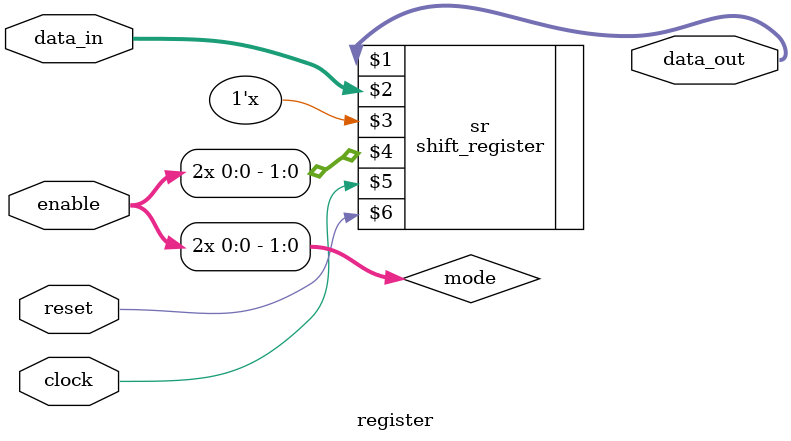
<source format=v>
module register(
	output [7:0] data_out,
	input [7:0] data_in,
	input enable,
	input clock,
	input reset
);

wire [1:0] mode;
assign mode = {enable, enable};

shift_register sr(data_out, data_in, 1'bZ, mode, clock, reset);

endmodule

</source>
